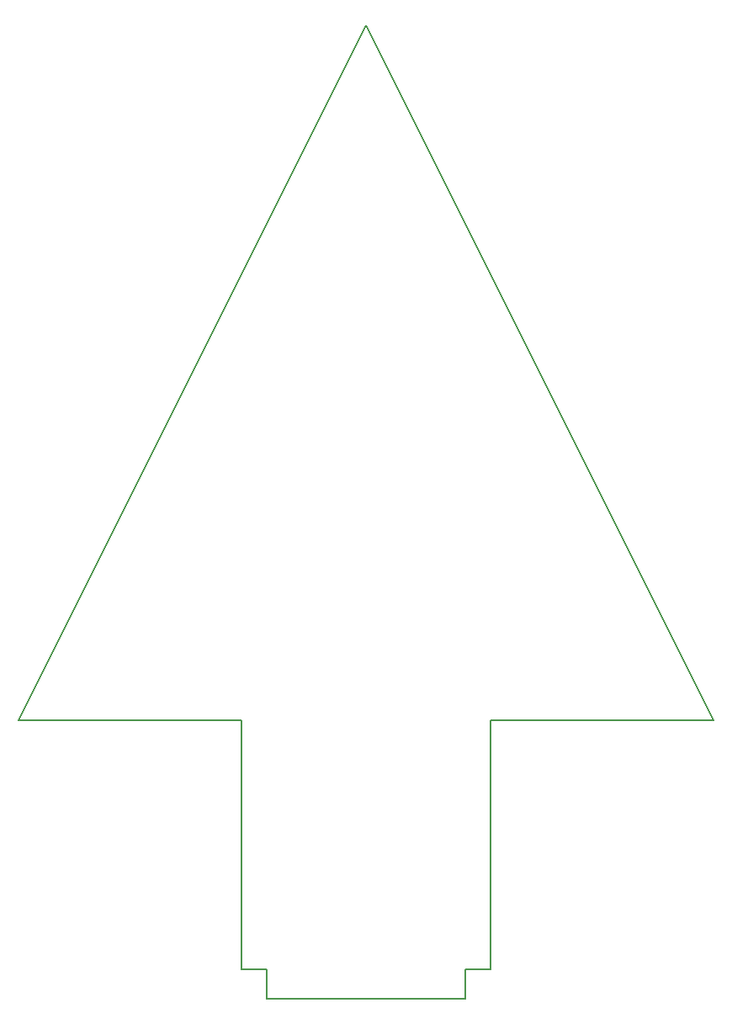
<source format=gm1>
G04 #@! TF.GenerationSoftware,KiCad,Pcbnew,(5.0.2)-1*
G04 #@! TF.CreationDate,2019-02-13T23:32:08+09:00*
G04 #@! TF.ProjectId,Tree,54726565-2e6b-4696-9361-645f70636258,rev?*
G04 #@! TF.SameCoordinates,Original*
G04 #@! TF.FileFunction,Profile,NP*
%FSLAX46Y46*%
G04 Gerber Fmt 4.6, Leading zero omitted, Abs format (unit mm)*
G04 Created by KiCad (PCBNEW (5.0.2)-1) date 2019/02/13 23:32:08*
%MOMM*%
%LPD*%
G01*
G04 APERTURE LIST*
%ADD10C,0.150000*%
G04 APERTURE END LIST*
D10*
X95000000Y-125000000D02*
X130000000Y-55000000D01*
X130000000Y-55000000D02*
X165000000Y-125000000D01*
X165000000Y-125000000D02*
X142500000Y-125000000D01*
X95000000Y-125000000D02*
X117500000Y-125000000D01*
X117500000Y-150000000D02*
X117500000Y-125000000D01*
X142500000Y-150000000D02*
X142500000Y-125000000D01*
X120000000Y-150000000D02*
X117500000Y-150000000D01*
X140000000Y-150000000D02*
X142500000Y-150000000D01*
X120000000Y-150000000D02*
X120000000Y-153000000D01*
X140000000Y-150000000D02*
X140000000Y-153000000D01*
X120000000Y-153000000D02*
X140000000Y-153000000D01*
M02*

</source>
